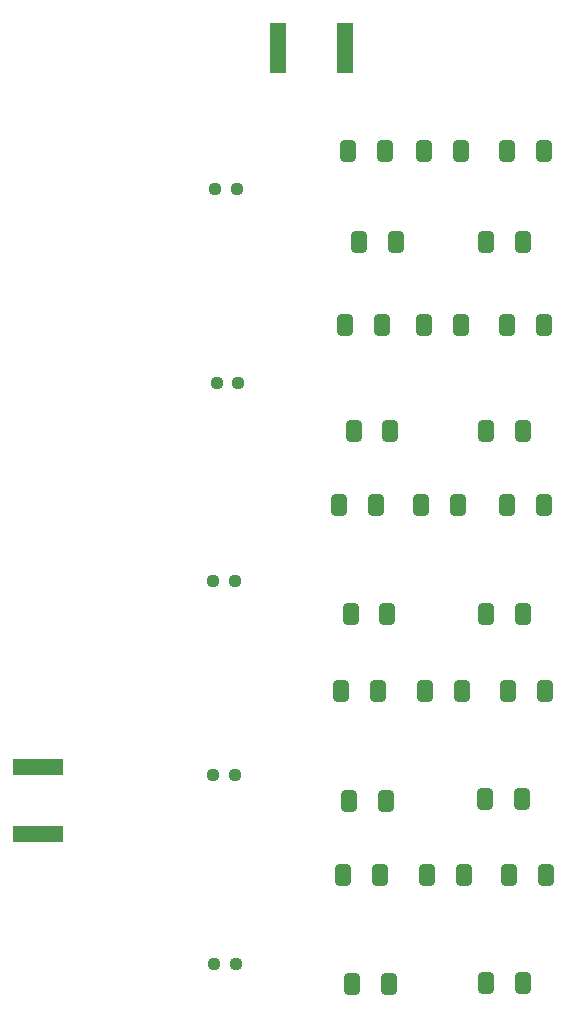
<source format=gbp>
G04 #@! TF.GenerationSoftware,KiCad,Pcbnew,7.0.10*
G04 #@! TF.CreationDate,2024-04-06T16:04:27-07:00*
G04 #@! TF.ProjectId,optLowPass,6f70744c-6f77-4506-9173-732e6b696361,rev?*
G04 #@! TF.SameCoordinates,Original*
G04 #@! TF.FileFunction,Paste,Bot*
G04 #@! TF.FilePolarity,Positive*
%FSLAX46Y46*%
G04 Gerber Fmt 4.6, Leading zero omitted, Abs format (unit mm)*
G04 Created by KiCad (PCBNEW 7.0.10) date 2024-04-06 16:04:27*
%MOMM*%
%LPD*%
G01*
G04 APERTURE LIST*
G04 Aperture macros list*
%AMRoundRect*
0 Rectangle with rounded corners*
0 $1 Rounding radius*
0 $2 $3 $4 $5 $6 $7 $8 $9 X,Y pos of 4 corners*
0 Add a 4 corners polygon primitive as box body*
4,1,4,$2,$3,$4,$5,$6,$7,$8,$9,$2,$3,0*
0 Add four circle primitives for the rounded corners*
1,1,$1+$1,$2,$3*
1,1,$1+$1,$4,$5*
1,1,$1+$1,$6,$7*
1,1,$1+$1,$8,$9*
0 Add four rect primitives between the rounded corners*
20,1,$1+$1,$2,$3,$4,$5,0*
20,1,$1+$1,$4,$5,$6,$7,0*
20,1,$1+$1,$6,$7,$8,$9,0*
20,1,$1+$1,$8,$9,$2,$3,0*%
G04 Aperture macros list end*
%ADD10R,4.200000X1.350000*%
%ADD11R,1.350000X4.200000*%
%ADD12RoundRect,0.237500X0.250000X0.237500X-0.250000X0.237500X-0.250000X-0.237500X0.250000X-0.237500X0*%
%ADD13RoundRect,0.250000X-0.412500X-0.650000X0.412500X-0.650000X0.412500X0.650000X-0.412500X0.650000X0*%
%ADD14RoundRect,0.250000X0.412500X0.650000X-0.412500X0.650000X-0.412500X-0.650000X0.412500X-0.650000X0*%
G04 APERTURE END LIST*
D10*
X81700000Y-113875000D03*
X81700000Y-119525000D03*
D11*
X107625000Y-53000000D03*
X101975000Y-53000000D03*
D12*
X98612500Y-81300000D03*
X96787500Y-81300000D03*
D13*
X108037500Y-116720000D03*
X111162500Y-116720000D03*
D14*
X124512500Y-61670000D03*
X121387500Y-61670000D03*
D13*
X108387500Y-85420000D03*
X111512500Y-85420000D03*
D14*
X117512500Y-61670000D03*
X114387500Y-61670000D03*
D13*
X119637500Y-132120000D03*
X122762500Y-132120000D03*
D14*
X117762500Y-123020000D03*
X114637500Y-123020000D03*
D13*
X107887500Y-61670000D03*
X111012500Y-61670000D03*
D14*
X117562500Y-107420000D03*
X114437500Y-107420000D03*
D13*
X107537500Y-123020000D03*
X110662500Y-123020000D03*
D12*
X98512500Y-64900000D03*
X96687500Y-64900000D03*
D14*
X124512500Y-91670000D03*
X121387500Y-91670000D03*
X124562500Y-107420000D03*
X121437500Y-107420000D03*
D13*
X107637500Y-76420000D03*
X110762500Y-76420000D03*
D14*
X117512500Y-76420000D03*
X114387500Y-76420000D03*
D13*
X108137500Y-100920000D03*
X111262500Y-100920000D03*
D12*
X98312500Y-114500000D03*
X96487500Y-114500000D03*
D14*
X124662500Y-123020000D03*
X121537500Y-123020000D03*
X124512500Y-76420000D03*
X121387500Y-76420000D03*
D13*
X119537500Y-116520000D03*
X122662500Y-116520000D03*
D12*
X98412500Y-130500000D03*
X96587500Y-130500000D03*
D13*
X119637500Y-69420000D03*
X122762500Y-69420000D03*
X108237500Y-132220000D03*
X111362500Y-132220000D03*
X119637500Y-100920000D03*
X122762500Y-100920000D03*
D12*
X98312500Y-98100000D03*
X96487500Y-98100000D03*
D13*
X119637500Y-85420000D03*
X122762500Y-85420000D03*
D14*
X117262500Y-91670000D03*
X114137500Y-91670000D03*
D13*
X108887500Y-69420000D03*
X112012500Y-69420000D03*
X107337500Y-107420000D03*
X110462500Y-107420000D03*
X107137500Y-91670000D03*
X110262500Y-91670000D03*
M02*

</source>
